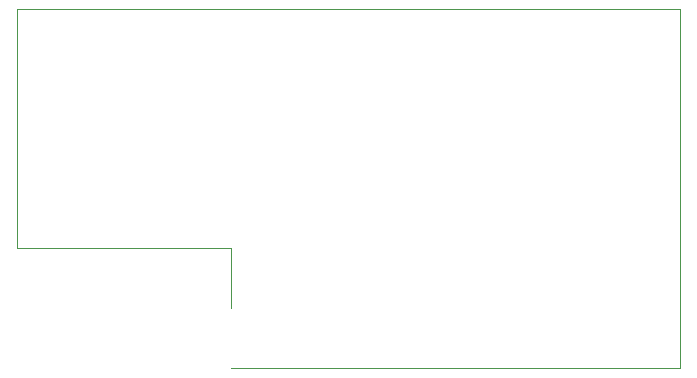
<source format=gbo>
G04 MADE WITH FRITZING*
G04 WWW.FRITZING.ORG*
G04 DOUBLE SIDED*
G04 HOLES PLATED*
G04 CONTOUR ON CENTER OF CONTOUR VECTOR*
%ASAXBY*%
%FSLAX23Y23*%
%MOIN*%
%OFA0B0*%
%SFA1.0B1.0*%
%ADD10C,0.003937*%
%LNSILK0*%
G90*
G70*
G54D10*
X714Y203D02*
X714Y403D01*
X358Y403D01*
X2Y403D01*
X2Y802D01*
X2Y1200D01*
X1107Y1200D01*
X2211Y1200D01*
X2211Y601D01*
X2211Y2D01*
X1463Y2D01*
X714Y2D01*
D02*
G04 End of Silk0*
M02*
</source>
